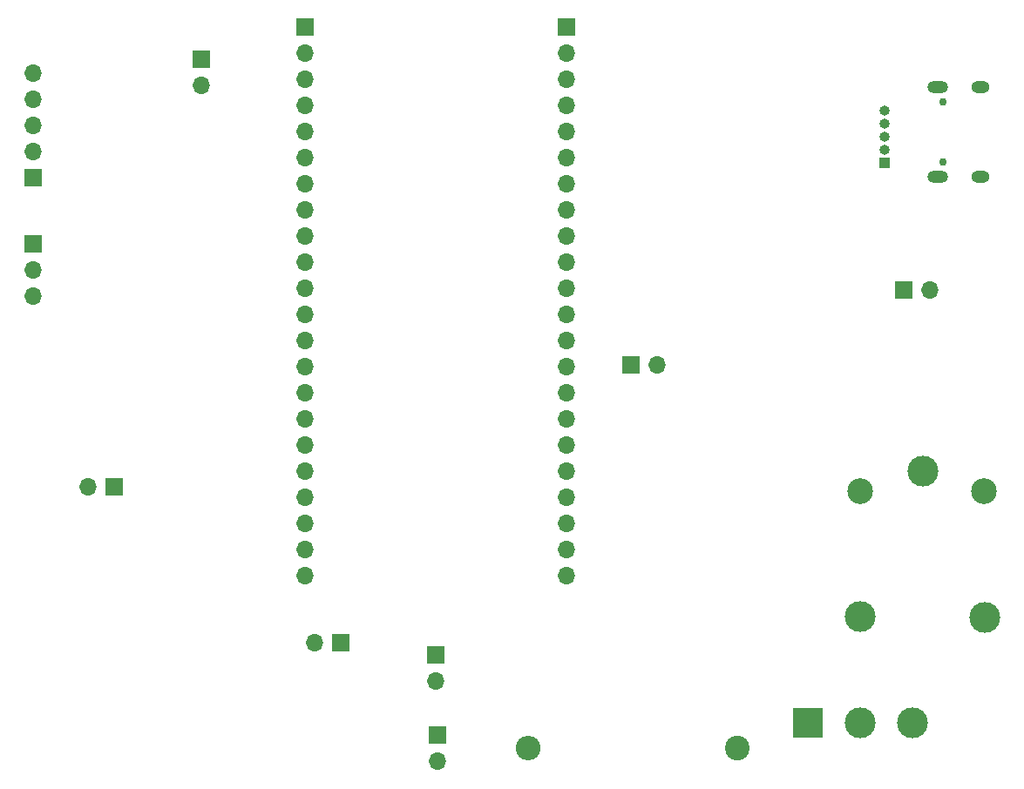
<source format=gbr>
%TF.GenerationSoftware,KiCad,Pcbnew,7.0.6*%
%TF.CreationDate,2023-09-04T20:16:31+02:00*%
%TF.ProjectId,LAS_V2,4c41535f-5632-42e6-9b69-6361645f7063,rev?*%
%TF.SameCoordinates,Original*%
%TF.FileFunction,Soldermask,Bot*%
%TF.FilePolarity,Negative*%
%FSLAX46Y46*%
G04 Gerber Fmt 4.6, Leading zero omitted, Abs format (unit mm)*
G04 Created by KiCad (PCBNEW 7.0.6) date 2023-09-04 20:16:31*
%MOMM*%
%LPD*%
G01*
G04 APERTURE LIST*
%ADD10C,2.400000*%
%ADD11O,2.400000X2.400000*%
%ADD12C,0.750000*%
%ADD13O,2.000000X1.200000*%
%ADD14O,1.800000X1.200000*%
%ADD15R,1.700000X1.700000*%
%ADD16O,1.700000X1.700000*%
%ADD17R,3.000000X3.000000*%
%ADD18C,3.000000*%
%ADD19R,1.000000X1.000000*%
%ADD20O,1.000000X1.000000*%
%ADD21C,2.500000*%
G04 APERTURE END LIST*
D10*
%TO.C,R17*%
X178594500Y-141195000D03*
D11*
X158274500Y-141195000D03*
%TD*%
D12*
%TO.C,J7*%
X198539250Y-84231250D03*
X198539250Y-78431250D03*
D13*
X198039250Y-85656250D03*
X198039250Y-77006250D03*
D14*
X202219250Y-77006250D03*
X202219250Y-85656250D03*
%TD*%
D15*
%TO.C,J9*%
X168225000Y-104000000D03*
D16*
X170765000Y-104000000D03*
%TD*%
D17*
%TO.C,J1*%
X185440000Y-138800000D03*
D18*
X190520000Y-138800000D03*
X195600000Y-138800000D03*
%TD*%
D15*
%TO.C,J5*%
X162000000Y-71170000D03*
D16*
X162000000Y-73710000D03*
X162000000Y-76250000D03*
X162000000Y-78790000D03*
X162000000Y-81330000D03*
X162000000Y-83870000D03*
X162000000Y-86410000D03*
X162000000Y-88950000D03*
X162000000Y-91490000D03*
X162000000Y-94030000D03*
X162000000Y-96570000D03*
X162000000Y-99110000D03*
X162000000Y-101650000D03*
X162000000Y-104190000D03*
X162000000Y-106730000D03*
X162000000Y-109270000D03*
X162000000Y-111810000D03*
X162000000Y-114350000D03*
X162000000Y-116890000D03*
X162000000Y-119430000D03*
X162000000Y-121970000D03*
X162000000Y-124510000D03*
%TD*%
D15*
%TO.C,J6*%
X194718000Y-96704000D03*
D16*
X197258000Y-96704000D03*
%TD*%
D15*
%TO.C,J13*%
X149294500Y-132195000D03*
D16*
X149294500Y-134735000D03*
%TD*%
D15*
%TO.C,J11*%
X140075000Y-131000000D03*
D16*
X137535000Y-131000000D03*
%TD*%
D15*
%TO.C,J2*%
X110175000Y-92230000D03*
D16*
X110175000Y-94770000D03*
X110175000Y-97310000D03*
%TD*%
D19*
%TO.C,J8*%
X192893750Y-84306250D03*
D20*
X192893750Y-83036250D03*
X192893750Y-81766250D03*
X192893750Y-80496250D03*
X192893750Y-79226250D03*
%TD*%
D15*
%TO.C,J3*%
X110175000Y-85790000D03*
D16*
X110175000Y-83250000D03*
X110175000Y-80710000D03*
X110175000Y-78170000D03*
X110175000Y-75630000D03*
%TD*%
D18*
%TO.C,K1*%
X196600000Y-114336000D03*
D21*
X190550000Y-116286000D03*
D18*
X190550000Y-128486000D03*
X202600000Y-128536000D03*
D21*
X202550000Y-116286000D03*
%TD*%
D15*
%TO.C,J4*%
X136600000Y-71170000D03*
D16*
X136600000Y-73710000D03*
X136600000Y-76250000D03*
X136600000Y-78790000D03*
X136600000Y-81330000D03*
X136600000Y-83870000D03*
X136600000Y-86410000D03*
X136600000Y-88950000D03*
X136600000Y-91490000D03*
X136600000Y-94030000D03*
X136600000Y-96570000D03*
X136600000Y-99110000D03*
X136600000Y-101650000D03*
X136600000Y-104190000D03*
X136600000Y-106730000D03*
X136600000Y-109270000D03*
X136600000Y-111810000D03*
X136600000Y-114350000D03*
X136600000Y-116890000D03*
X136600000Y-119430000D03*
X136600000Y-121970000D03*
X136600000Y-124510000D03*
%TD*%
D15*
%TO.C,J14*%
X149494500Y-139995000D03*
D16*
X149494500Y-142535000D03*
%TD*%
D15*
%TO.C,J10*%
X126555000Y-74250000D03*
D16*
X126555000Y-76790000D03*
%TD*%
D15*
%TO.C,J12*%
X118050000Y-115825000D03*
D16*
X115510000Y-115825000D03*
%TD*%
M02*

</source>
